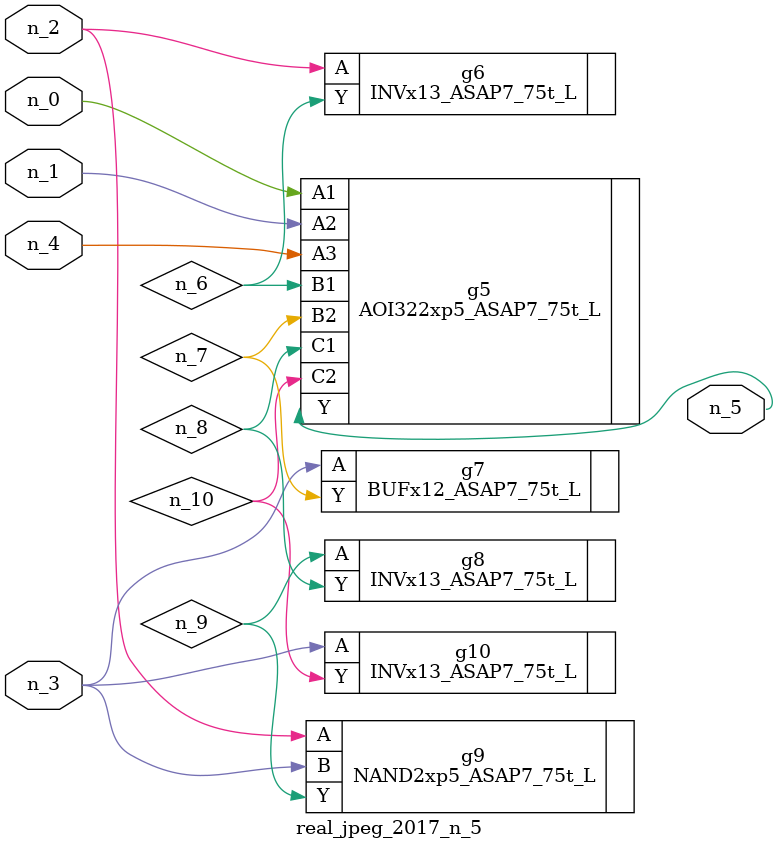
<source format=v>
module real_jpeg_2017_n_5 (n_4, n_0, n_1, n_2, n_3, n_5);

input n_4;
input n_0;
input n_1;
input n_2;
input n_3;

output n_5;

wire n_8;
wire n_6;
wire n_7;
wire n_10;
wire n_9;

AOI322xp5_ASAP7_75t_L g5 ( 
.A1(n_0),
.A2(n_1),
.A3(n_4),
.B1(n_6),
.B2(n_7),
.C1(n_8),
.C2(n_10),
.Y(n_5)
);

INVx13_ASAP7_75t_L g6 ( 
.A(n_2),
.Y(n_6)
);

NAND2xp5_ASAP7_75t_L g9 ( 
.A(n_2),
.B(n_3),
.Y(n_9)
);

BUFx12_ASAP7_75t_L g7 ( 
.A(n_3),
.Y(n_7)
);

INVx13_ASAP7_75t_L g10 ( 
.A(n_3),
.Y(n_10)
);

INVx13_ASAP7_75t_L g8 ( 
.A(n_9),
.Y(n_8)
);


endmodule
</source>
